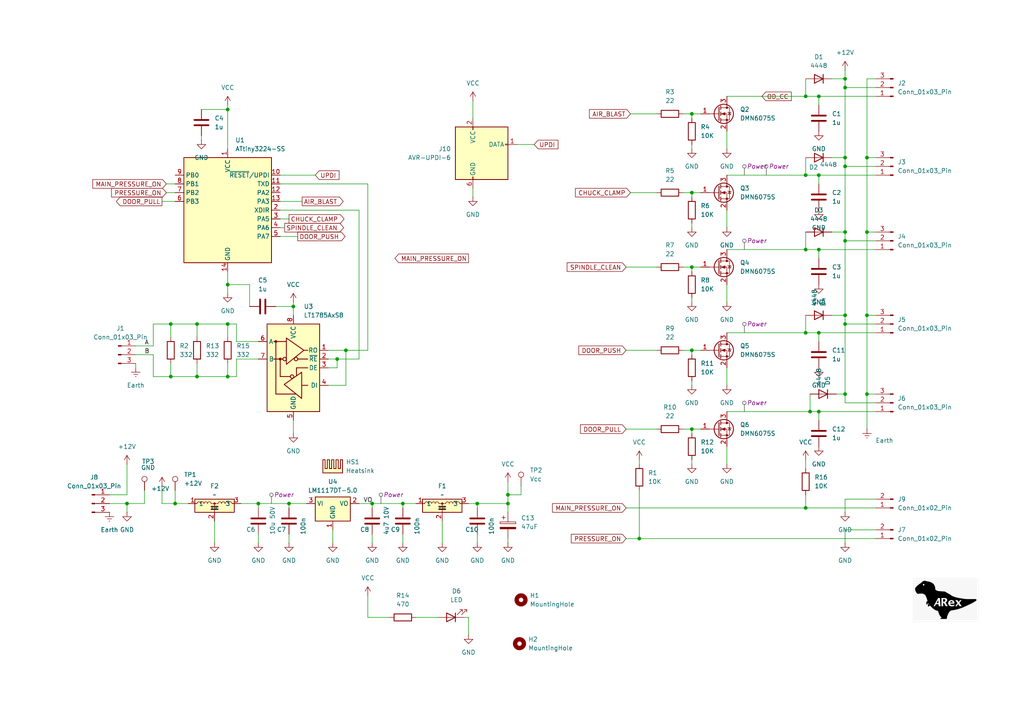
<source format=kicad_sch>
(kicad_sch (version 20231120) (generator "eeschema") (generator_version "8.0")
  (paper "A4")
  (title_block (title "CNC Pneumatic Hub") (date "2024-08-11") (rev "B") (company "ARex"))
  (lib_symbols
    (symbol "ARex:NFM611R30"
      (property "Reference" "F" (at 0 0 0))
      (symbol "NFM611R30_1_1"
        (pin passive line (at -7.62 -3.81 0) (length 2.54) (name "1") (number "1"))
        (pin passive line (at 0 -8.89 90) (length 2.54) (name "2") (number "2"))
        (pin passive line (at 7.62 -3.81 180) (length 2.54) (name "3") (number "3"))
      )
    )
    (symbol "Connector:AVR-UPDI-6" (pin_names (offset 1.016))
      (property "Reference" "J" (at -6.35 8.89 0))
      (property "Value" "AVR-UPDI-6" (at 0 8.89 0))
      (symbol "AVR-UPDI-6_1_1"
        (pin passive line (at 10.16 2.54 180) (length 2.54) (name "DATA") (number "1"))
        (pin passive line (at -2.54 10.16 270) (length 2.54) (name "VCC") (number "2"))
        (pin no_connect line (at 7.62 0 180) (length 2.54) hide (name "NC") (number "3"))
        (pin no_connect line (at 7.62 -2.54 180) (length 2.54) hide (name "NC") (number "4"))
        (pin no_connect line (at 7.62 -5.08 180) (length 2.54) hide (name "NC") (number "5"))
        (pin passive line (at -2.54 -10.16 90) (length 2.54) (name "GND") (number "6"))
      )
    )
    (symbol "Connector:Conn_01x02_Pin" (pin_names (offset 1.016) hide)
      (property "Reference" "J" (at 0 2.54 0))
      (property "Value" "Conn_01x02_Pin" (at 0 -5.08 0))
      (symbol "Conn_01x02_Pin_1_1"
        (pin passive line (at 5.08 0 180) (length 3.81) (name "Pin_1") (number "1"))
        (pin passive line (at 5.08 -2.54 180) (length 3.81) (name "Pin_2") (number "2"))
      )
    )
    (symbol "Connector:Conn_01x03_Pin" (pin_names (offset 1.016) hide)
      (property "Reference" "J" (at 0 5.08 0))
      (property "Value" "Conn_01x03_Pin" (at 0 -5.08 0))
      (symbol "Conn_01x03_Pin_1_1"
        (pin passive line (at 5.08 2.54 180) (length 3.81) (name "Pin_1") (number "1"))
        (pin passive line (at 5.08 0 180) (length 3.81) (name "Pin_2") (number "2"))
        (pin passive line (at 5.08 -2.54 180) (length 3.81) (name "Pin_3") (number "3"))
      )
    )
    (symbol "Connector:TestPoint" (pin_numbers hide) (pin_names (offset 0.762) hide)
      (property "Reference" "TP" (at 0 6.858 0))
      (property "Value" "TestPoint" (at 0 5.08 0))
      (symbol "TestPoint_1_1"
        (pin passive line (at 0 0 90) (length 2.54) (name "1") (number "1"))
      )
    )
    (symbol "Device:C" (pin_numbers hide) (pin_names (offset 0.254))
      (property "Reference" "C" (at 0.635 2.54 0))
      (property "Value" "C" (at 0.635 -2.54 0))
      (symbol "C_1_1"
        (pin passive line (at 0 3.81 270) (length 2.794) (name "~") (number "1"))
        (pin passive line (at 0 -3.81 90) (length 2.794) (name "~") (number "2"))
      )
    )
    (symbol "Device:C_Polarized" (pin_numbers hide) (pin_names (offset 0.254))
      (property "Reference" "C" (at 0.635 2.54 0))
      (property "Value" "C_Polarized" (at 0.635 -2.54 0))
      (symbol "C_Polarized_1_1"
        (pin passive line (at 0 3.81 270) (length 2.794) (name "~") (number "1"))
        (pin passive line (at 0 -3.81 90) (length 2.794) (name "~") (number "2"))
      )
    )
    (symbol "Device:D" (pin_numbers hide) (pin_names (offset 1.016) hide)
      (property "Reference" "D" (at 0 2.54 0))
      (property "Value" "D" (at 0 -2.54 0))
      (symbol "D_1_1"
        (pin passive line (at -3.81 0 0) (length 2.54) (name "K") (number "1"))
        (pin passive line (at 3.81 0 180) (length 2.54) (name "A") (number "2"))
      )
    )
    (symbol "Device:LED" (pin_numbers hide) (pin_names (offset 1.016) hide)
      (property "Reference" "D" (at 0 2.54 0))
      (property "Value" "LED" (at 0 -2.54 0))
      (symbol "LED_1_1"
        (pin passive line (at -3.81 0 0) (length 2.54) (name "K") (number "1"))
        (pin passive line (at 3.81 0 180) (length 2.54) (name "A") (number "2"))
      )
    )
    (symbol "Device:R" (pin_numbers hide) (pin_names (offset 0))
      (property "Reference" "R" (at 2.032 0 90))
      (property "Value" "R" (at 0 0 90))
      (symbol "R_1_1"
        (pin passive line (at 0 3.81 270) (length 1.27) (name "~") (number "1"))
        (pin passive line (at 0 -3.81 90) (length 1.27) (name "~") (number "2"))
      )
    )
    (symbol "Interface_UART:LT1785AxS8"
      (property "Reference" "U" (at -6.985 13.97 0))
      (property "Value" "LT1785AxS8" (at 7.62 13.97 0))
      (symbol "LT1785AxS8_1_1"
        (pin output line (at -10.16 5.08 0) (length 2.54) (name "RO") (number "1"))
        (pin input line (at -10.16 2.54 0) (length 2.54) (name "~{RE}") (number "2"))
        (pin input line (at -10.16 0 0) (length 2.54) (name "DE") (number "3"))
        (pin input line (at -10.16 -5.08 0) (length 2.54) (name "DI") (number "4"))
        (pin power_in line (at 0 -15.24 90) (length 2.54) (name "GND") (number "5"))
        (pin bidirectional line (at 10.16 7.62 180) (length 2.54) (name "A") (number "6"))
        (pin bidirectional line (at 10.16 2.54 180) (length 2.54) (name "B") (number "7"))
        (pin power_in line (at 0 15.24 270) (length 2.54) (name "VCC") (number "8"))
      )
    )
    (symbol "MCU_Microchip_ATtiny:ATtiny3224-SS"
      (property "Reference" "U" (at -12.7 16.51 0))
      (property "Value" "ATtiny3224-SS" (at 2.54 -16.51 0))
      (symbol "ATtiny3224-SS_1_1"
        (pin power_in line (at 0 17.78 270) (length 2.54) (name "VCC") (number "1"))
        (pin bidirectional line (at 15.24 10.16 180) (length 2.54) (name "PA0") (number "10") (alternate "~{RESET}/UPDI" bidirectional line))
        (pin bidirectional line (at 15.24 7.62 180) (length 2.54) (name "PA1") (number "11") (alternate "TXD" output line))
        (pin bidirectional line (at 15.24 5.08 180) (length 2.54) (name "PA2") (number "12"))
        (pin bidirectional line (at 15.24 2.54 180) (length 2.54) (name "PA3") (number "13"))
        (pin power_in line (at 0 -17.78 90) (length 2.54) (name "GND") (number "14"))
        (pin bidirectional line (at 15.24 0 180) (length 2.54) (name "PA4") (number "2") (alternate "XDIR" output line))
        (pin bidirectional line (at 15.24 -2.54 180) (length 2.54) (name "PA5") (number "3"))
        (pin bidirectional line (at 15.24 -5.08 180) (length 2.54) (name "PA6") (number "4"))
        (pin bidirectional line (at 15.24 -7.62 180) (length 2.54) (name "PA7") (number "5"))
        (pin bidirectional line (at -15.24 2.54 0) (length 2.54) (name "PB3") (number "6"))
        (pin bidirectional line (at -15.24 5.08 0) (length 2.54) (name "PB2") (number "7"))
        (pin bidirectional line (at -15.24 7.62 0) (length 2.54) (name "PB1") (number "8"))
        (pin bidirectional line (at -15.24 10.16 0) (length 2.54) (name "PB0") (number "9") (alternate "XDIR" output line))
      )
    )
    (symbol "Mechanical:Heatsink" (pin_names (offset 1.016)) (exclude_from_sim yes)
      (property "Reference" "HS" (at 0 5.08 0))
      (property "Value" "Heatsink" (at 0 -1.27 0))
    )
    (symbol "Mechanical:MountingHole" (pin_names (offset 1.016)) (exclude_from_sim yes) (in_bom no)
      (property "Reference" "H" (at 0 5.08 0))
      (property "Value" "MountingHole" (at 0 3.175 0))
    )
    (symbol "Regulator_Linear:LM1117DT-5.0"
      (property "Reference" "U" (at -3.81 3.175 0))
      (property "Value" "LM1117DT-5.0" (at 0 3.175 0))
      (symbol "LM1117DT-5.0_1_1"
        (pin power_in line (at 0 -7.62 90) (length 2.54) (name "GND") (number "1"))
        (pin power_out line (at 7.62 0 180) (length 2.54) (name "VO") (number "2"))
        (pin power_in line (at -7.62 0 0) (length 2.54) (name "VI") (number "3"))
      )
    )
    (symbol "Transistor_FET:DMN6075S" (pin_names hide)
      (property "Reference" "Q" (at 5.08 1.905 0))
      (property "Value" "DMN6075S" (at 5.08 0 0))
      (symbol "DMN6075S_1_1"
        (pin input line (at -5.08 0 0) (length 2.54) (name "G") (number "1"))
        (pin passive line (at 2.54 -5.08 90) (length 2.54) (name "S") (number "2"))
        (pin passive line (at 2.54 5.08 270) (length 2.54) (name "D") (number "3"))
      )
    )
    (symbol "power:+12V" (power) (pin_numbers hide) (pin_names (offset 0) hide)
      (property "Value" "+12V" (at 0 3.556 0))
      (symbol "+12V_1_1"
        (pin power_in line (at 0 0 90) (length 0) (name "~") (number "1"))
      )
    )
    (symbol "power:Earth" (power) (pin_numbers hide) (pin_names (offset 0) hide)
      (property "Value" "Earth" (at 0 -3.81 0))
      (symbol "Earth_1_1"
        (pin power_in line (at 0 0 270) (length 0) (name "~") (number "1"))
      )
    )
    (symbol "power:GND" (power) (pin_numbers hide) (pin_names (offset 0) hide)
      (property "Value" "GND" (at 0 -3.81 0))
      (symbol "GND_1_1"
        (pin power_in line (at 0 0 270) (length 0) (name "~") (number "1"))
      )
    )
    (symbol "power:VCC" (power) (pin_numbers hide) (pin_names (offset 0) hide)
      (property "Value" "VCC" (at 0 3.556 0))
      (symbol "VCC_1_1"
        (pin power_in line (at 0 0 90) (length 0) (name "~") (number "1"))
      )
    )
  )
  (junction (at 116.84 146.05))
  (junction (at 200.66 101.6))
  (junction (at 185.42 156.21))
  (junction (at 237.49 50.8))
  (junction (at 237.49 72.39))
  (junction (at 49.53 93.98))
  (junction (at 147.32 146.05))
  (junction (at 85.09 88.9))
  (junction (at 245.11 69.85))
  (junction (at 83.82 146.05))
  (junction (at 245.11 25.4))
  (junction (at 251.46 45.72))
  (junction (at 251.46 114.3))
  (junction (at 251.46 67.31))
  (junction (at 200.66 124.46))
  (junction (at 200.66 55.88))
  (junction (at 74.93 146.05))
  (junction (at 66.04 31.75))
  (junction (at 245.11 93.98))
  (junction (at 57.15 93.98))
  (junction (at 66.04 109.22))
  (junction (at 200.66 77.47))
  (junction (at 245.11 91.44))
  (junction (at 66.04 93.98))
  (junction (at 237.49 27.94))
  (junction (at 66.04 82.55))
  (junction (at 237.49 119.38))
  (junction (at 237.49 96.52))
  (junction (at 97.79 104.14))
  (junction (at 147.32 143.51))
  (junction (at 50.8 146.05))
  (junction (at 245.11 67.31))
  (junction (at 245.11 22.86))
  (junction (at 100.33 101.6))
  (junction (at 138.43 146.05))
  (junction (at 57.15 109.22))
  (junction (at 234.95 119.38))
  (junction (at 49.53 109.22))
  (junction (at 251.46 91.44))
  (junction (at 233.68 50.8))
  (junction (at 233.68 96.52))
  (junction (at 245.11 45.72))
  (junction (at 233.68 72.39))
  (junction (at 245.11 114.3))
  (junction (at 200.66 33.02))
  (junction (at 36.83 146.05))
  (junction (at 233.68 27.94))
  (junction (at 107.95 146.05))
  (junction (at 233.68 147.32))
  (junction (at 245.11 48.26))
  (wire (pts (xy 233.68 143.51) (xy 233.68 147.32)))
  (wire (pts (xy 46.99 140.97) (xy 46.99 146.05)))
  (wire (pts (xy 241.3 91.44) (xy 245.11 91.44)))
  (wire (pts (xy 104.14 60.96) (xy 81.28 60.96)))
  (wire (pts (xy 245.11 67.31) (xy 245.11 69.85)))
  (wire (pts (xy 234.95 114.3) (xy 234.95 119.38)))
  (wire (pts (xy 245.11 69.85) (xy 245.11 91.44)))
  (wire (pts (xy 200.66 111.76) (xy 200.66 110.49)))
  (wire (pts (xy 48.26 53.34) (xy 50.8 53.34)))
  (wire (pts (xy 210.82 27.94) (xy 233.68 27.94)))
  (wire (pts (xy 147.32 143.51) (xy 151.13 143.51)))
  (wire (pts (xy 49.53 109.22) (xy 57.15 109.22)))
  (wire (pts (xy 44.45 109.22) (xy 49.53 109.22)))
  (wire (pts (xy 251.46 91.44) (xy 251.46 114.3)))
  (wire (pts (xy 154.94 41.91) (xy 149.86 41.91)))
  (wire (pts (xy 81.28 53.34) (xy 106.68 53.34)))
  (wire (pts (xy 254 144.78) (xy 245.11 144.78)))
  (wire (pts (xy 66.04 85.09) (xy 66.04 82.55)))
  (wire (pts (xy 31.75 146.05) (xy 36.83 146.05)))
  (wire (pts (xy 181.61 77.47) (xy 190.5 77.47)))
  (wire (pts (xy 245.11 25.4) (xy 245.11 45.72)))
  (wire (pts (xy 74.93 146.05) (xy 83.82 146.05)))
  (wire (pts (xy 234.95 119.38) (xy 237.49 119.38)))
  (wire (pts (xy 237.49 96.52) (xy 237.49 99.06)))
  (wire (pts (xy 96.52 153.67) (xy 96.52 157.48)))
  (wire (pts (xy 95.25 106.68) (xy 97.79 106.68)))
  (wire (pts (xy 41.91 146.05) (xy 41.91 142.24)))
  (wire (pts (xy 57.15 109.22) (xy 66.04 109.22)))
  (wire (pts (xy 210.82 119.38) (xy 234.95 119.38)))
  (wire (pts (xy 100.33 101.6) (xy 100.33 111.76)))
  (wire (pts (xy 245.11 144.78) (xy 245.11 148.59)))
  (wire (pts (xy 210.82 96.52) (xy 233.68 96.52)))
  (wire (pts (xy 83.82 146.05) (xy 88.9 146.05)))
  (wire (pts (xy 85.09 88.9) (xy 85.09 91.44)))
  (wire (pts (xy 200.66 101.6) (xy 203.2 101.6)))
  (wire (pts (xy 66.04 109.22) (xy 68.58 109.22)))
  (wire (pts (xy 106.68 179.07) (xy 113.03 179.07)))
  (wire (pts (xy 210.82 50.8) (xy 233.68 50.8)))
  (wire (pts (xy 251.46 67.31) (xy 254 67.31)))
  (wire (pts (xy 57.15 93.98) (xy 57.15 97.79)))
  (wire (pts (xy 233.68 45.72) (xy 233.68 50.8)))
  (wire (pts (xy 85.09 121.92) (xy 85.09 125.73)))
  (wire (pts (xy 251.46 45.72) (xy 251.46 67.31)))
  (wire (pts (xy 106.68 53.34) (xy 106.68 101.6)))
  (wire (pts (xy 39.37 102.87) (xy 44.45 102.87)))
  (wire (pts (xy 74.93 154.94) (xy 74.93 157.48)))
  (wire (pts (xy 233.68 91.44) (xy 233.68 96.52)))
  (wire (pts (xy 210.82 87.63) (xy 210.82 82.55)))
  (wire (pts (xy 245.11 153.67) (xy 245.11 157.48)))
  (wire (pts (xy 66.04 93.98) (xy 68.58 93.98)))
  (wire (pts (xy 68.58 109.22) (xy 68.58 104.14)))
  (wire (pts (xy 116.84 154.94) (xy 116.84 157.48)))
  (wire (pts (xy 74.93 147.32) (xy 74.93 146.05)))
  (wire (pts (xy 237.49 72.39) (xy 254 72.39)))
  (wire (pts (xy 44.45 109.22) (xy 44.45 102.87)))
  (wire (pts (xy 245.11 69.85) (xy 254 69.85)))
  (wire (pts (xy 83.82 147.32) (xy 83.82 146.05)))
  (wire (pts (xy 137.16 29.21) (xy 137.16 34.29)))
  (wire (pts (xy 233.68 72.39) (xy 237.49 72.39)))
  (wire (pts (xy 62.23 151.13) (xy 62.23 157.48)))
  (wire (pts (xy 198.12 77.47) (xy 200.66 77.47)))
  (wire (pts (xy 245.11 20.32) (xy 245.11 22.86)))
  (wire (pts (xy 36.83 146.05) (xy 36.83 148.59)))
  (wire (pts (xy 147.32 156.21) (xy 147.32 157.48)))
  (wire (pts (xy 85.09 87.63) (xy 85.09 88.9)))
  (wire (pts (xy 46.99 58.42) (xy 50.8 58.42)))
  (wire (pts (xy 82.55 66.04) (xy 81.28 66.04)))
  (wire (pts (xy 39.37 100.33) (xy 44.45 100.33)))
  (wire (pts (xy 116.84 147.32) (xy 116.84 146.05)))
  (wire (pts (xy 49.53 93.98) (xy 49.53 97.79)))
  (wire (pts (xy 107.95 146.05) (xy 116.84 146.05)))
  (wire (pts (xy 210.82 38.1) (xy 210.82 43.18)))
  (wire (pts (xy 233.68 22.86) (xy 233.68 27.94)))
  (wire (pts (xy 135.89 179.07) (xy 134.62 179.07)))
  (wire (pts (xy 58.42 39.37) (xy 58.42 40.64)))
  (wire (pts (xy 245.11 22.86) (xy 245.11 25.4)))
  (wire (pts (xy 245.11 48.26) (xy 245.11 67.31)))
  (wire (pts (xy 66.04 82.55) (xy 66.04 78.74)))
  (wire (pts (xy 72.39 82.55) (xy 66.04 82.55)))
  (wire (pts (xy 200.66 77.47) (xy 203.2 77.47)))
  (wire (pts (xy 200.66 125.73) (xy 200.66 124.46)))
  (wire (pts (xy 251.46 114.3) (xy 254 114.3)))
  (wire (pts (xy 242.57 114.3) (xy 245.11 114.3)))
  (wire (pts (xy 106.68 101.6) (xy 100.33 101.6)))
  (wire (pts (xy 237.49 96.52) (xy 254 96.52)))
  (wire (pts (xy 245.11 48.26) (xy 254 48.26)))
  (wire (pts (xy 181.61 124.46) (xy 190.5 124.46)))
  (wire (pts (xy 198.12 33.02) (xy 200.66 33.02)))
  (wire (pts (xy 95.25 104.14) (xy 97.79 104.14)))
  (wire (pts (xy 58.42 31.75) (xy 66.04 31.75)))
  (wire (pts (xy 241.3 22.86) (xy 245.11 22.86)))
  (wire (pts (xy 254 25.4) (xy 245.11 25.4)))
  (wire (pts (xy 233.68 133.35) (xy 233.68 135.89)))
  (wire (pts (xy 120.65 179.07) (xy 127 179.07)))
  (wire (pts (xy 128.27 151.13) (xy 128.27 157.48)))
  (wire (pts (xy 245.11 93.98) (xy 254 93.98)))
  (wire (pts (xy 245.11 91.44) (xy 245.11 93.98)))
  (wire (pts (xy 210.82 134.62) (xy 210.82 129.54)))
  (wire (pts (xy 138.43 154.94) (xy 138.43 157.48)))
  (wire (pts (xy 48.26 55.88) (xy 50.8 55.88)))
  (wire (pts (xy 50.8 142.24) (xy 50.8 146.05)))
  (wire (pts (xy 237.49 119.38) (xy 254 119.38)))
  (wire (pts (xy 185.42 133.35) (xy 185.42 134.62)))
  (wire (pts (xy 106.68 172.72) (xy 106.68 179.07)))
  (wire (pts (xy 137.16 57.15) (xy 137.16 54.61)))
  (wire (pts (xy 72.39 88.9) (xy 72.39 82.55)))
  (wire (pts (xy 104.14 104.14) (xy 104.14 60.96)))
  (wire (pts (xy 200.66 66.04) (xy 200.66 64.77)))
  (wire (pts (xy 181.61 101.6) (xy 190.5 101.6)))
  (wire (pts (xy 245.11 116.84) (xy 254 116.84)))
  (wire (pts (xy 200.66 55.88) (xy 203.2 55.88)))
  (wire (pts (xy 66.04 31.75) (xy 66.04 43.18)))
  (wire (pts (xy 185.42 142.24) (xy 185.42 156.21)))
  (wire (pts (xy 237.49 50.8) (xy 237.49 53.34)))
  (wire (pts (xy 50.8 146.05) (xy 54.61 146.05)))
  (wire (pts (xy 182.88 33.02) (xy 190.5 33.02)))
  (wire (pts (xy 254 22.86) (xy 251.46 22.86)))
  (wire (pts (xy 69.85 146.05) (xy 74.93 146.05)))
  (wire (pts (xy 36.83 143.51) (xy 36.83 134.62)))
  (wire (pts (xy 251.46 22.86) (xy 251.46 45.72)))
  (wire (pts (xy 210.82 66.04) (xy 210.82 60.96)))
  (wire (pts (xy 200.66 43.18) (xy 200.66 41.91)))
  (wire (pts (xy 237.49 27.94) (xy 237.49 30.48)))
  (wire (pts (xy 81.28 50.8) (xy 91.44 50.8)))
  (wire (pts (xy 138.43 147.32) (xy 138.43 146.05)))
  (wire (pts (xy 245.11 116.84) (xy 245.11 114.3)))
  (wire (pts (xy 80.01 88.9) (xy 85.09 88.9)))
  (wire (pts (xy 95.25 111.76) (xy 100.33 111.76)))
  (wire (pts (xy 210.82 111.76) (xy 210.82 106.68)))
  (wire (pts (xy 233.68 96.52) (xy 237.49 96.52)))
  (wire (pts (xy 200.66 87.63) (xy 200.66 86.36)))
  (wire (pts (xy 198.12 124.46) (xy 200.66 124.46)))
  (wire (pts (xy 210.82 72.39) (xy 233.68 72.39)))
  (wire (pts (xy 83.82 154.94) (xy 83.82 157.48)))
  (wire (pts (xy 57.15 105.41) (xy 57.15 109.22)))
  (wire (pts (xy 245.11 114.3) (xy 245.11 93.98)))
  (wire (pts (xy 57.15 93.98) (xy 66.04 93.98)))
  (wire (pts (xy 147.32 143.51) (xy 147.32 146.05)))
  (wire (pts (xy 181.61 156.21) (xy 185.42 156.21)))
  (wire (pts (xy 237.49 119.38) (xy 237.49 121.92)))
  (wire (pts (xy 200.66 102.87) (xy 200.66 101.6)))
  (wire (pts (xy 135.89 146.05) (xy 138.43 146.05)))
  (wire (pts (xy 147.32 146.05) (xy 147.32 148.59)))
  (wire (pts (xy 36.83 146.05) (xy 41.91 146.05)))
  (wire (pts (xy 233.68 67.31) (xy 233.68 72.39)))
  (wire (pts (xy 68.58 104.14) (xy 74.93 104.14)))
  (wire (pts (xy 245.11 45.72) (xy 245.11 48.26)))
  (wire (pts (xy 44.45 93.98) (xy 49.53 93.98)))
  (wire (pts (xy 81.28 58.42) (xy 87.63 58.42)))
  (wire (pts (xy 135.89 184.15) (xy 135.89 179.07)))
  (wire (pts (xy 44.45 93.98) (xy 44.45 100.33)))
  (wire (pts (xy 116.84 146.05) (xy 120.65 146.05)))
  (wire (pts (xy 68.58 93.98) (xy 68.58 99.06)))
  (wire (pts (xy 39.37 105.41) (xy 39.37 106.68)))
  (wire (pts (xy 241.3 67.31) (xy 245.11 67.31)))
  (wire (pts (xy 241.3 45.72) (xy 245.11 45.72)))
  (wire (pts (xy 237.49 50.8) (xy 254 50.8)))
  (wire (pts (xy 237.49 72.39) (xy 237.49 74.93)))
  (wire (pts (xy 251.46 91.44) (xy 254 91.44)))
  (wire (pts (xy 107.95 154.94) (xy 107.95 157.48)))
  (wire (pts (xy 151.13 143.51) (xy 151.13 140.97)))
  (wire (pts (xy 233.68 147.32) (xy 254 147.32)))
  (wire (pts (xy 49.53 93.98) (xy 57.15 93.98)))
  (wire (pts (xy 68.58 99.06) (xy 74.93 99.06)))
  (wire (pts (xy 97.79 104.14) (xy 97.79 106.68)))
  (wire (pts (xy 233.68 50.8) (xy 237.49 50.8)))
  (wire (pts (xy 66.04 31.75) (xy 66.04 30.48)))
  (wire (pts (xy 198.12 55.88) (xy 200.66 55.88)))
  (wire (pts (xy 95.25 101.6) (xy 100.33 101.6)))
  (wire (pts (xy 31.75 143.51) (xy 36.83 143.51)))
  (wire (pts (xy 182.88 55.88) (xy 190.5 55.88)))
  (wire (pts (xy 200.66 57.15) (xy 200.66 55.88)))
  (wire (pts (xy 66.04 93.98) (xy 66.04 97.79)))
  (wire (pts (xy 138.43 146.05) (xy 147.32 146.05)))
  (wire (pts (xy 107.95 147.32) (xy 107.95 146.05)))
  (wire (pts (xy 254 153.67) (xy 245.11 153.67)))
  (wire (pts (xy 83.82 63.5) (xy 81.28 63.5)))
  (wire (pts (xy 237.49 27.94) (xy 254 27.94)))
  (wire (pts (xy 66.04 105.41) (xy 66.04 109.22)))
  (wire (pts (xy 86.36 68.58) (xy 81.28 68.58)))
  (wire (pts (xy 251.46 67.31) (xy 251.46 91.44)))
  (wire (pts (xy 49.53 105.41) (xy 49.53 109.22)))
  (wire (pts (xy 185.42 156.21) (xy 254 156.21)))
  (wire (pts (xy 200.66 134.62) (xy 200.66 133.35)))
  (wire (pts (xy 147.32 139.7) (xy 147.32 143.51)))
  (wire (pts (xy 46.99 146.05) (xy 50.8 146.05)))
  (wire (pts (xy 198.12 101.6) (xy 200.66 101.6)))
  (wire (pts (xy 200.66 78.74) (xy 200.66 77.47)))
  (wire (pts (xy 200.66 33.02) (xy 203.2 33.02)))
  (wire (pts (xy 233.68 27.94) (xy 237.49 27.94)))
  (wire (pts (xy 251.46 45.72) (xy 254 45.72)))
  (wire (pts (xy 200.66 124.46) (xy 203.2 124.46)))
  (wire (pts (xy 97.79 104.14) (xy 104.14 104.14)))
  (wire (pts (xy 200.66 34.29) (xy 200.66 33.02)))
  (wire (pts (xy 251.46 114.3) (xy 251.46 124.46)))
  (wire (pts (xy 104.14 146.05) (xy 107.95 146.05)))
  (wire (pts (xy 181.61 147.32) (xy 233.68 147.32)))
  (image (at 274.32 173.99) (scale 0.0891675))
  (label "B" (at 41.91 102.87 0))
  (label "A" (at 41.91 100.33 0))
  (label "VO" (at 105.41 146.05 0))
  (global_label "SPINDLE_CLEAN" (shape input) (at 181.61 77.47 180) (property "Intersheetrefs" "${INTERSHEET_REFS}" (effects (hide yes))))
  (global_label "UPDI" (shape input) (at 91.44 50.8 0) (property "Intersheetrefs" "${INTERSHEET_REFS}" (effects (hide yes))))
  (global_label "SPINDLE_CLEAN" (shape output) (at 82.55 66.04 0) (property "Intersheetrefs" "${INTERSHEET_REFS}" (effects (hide yes))))
  (global_label "DOOR_PUSH" (shape output) (at 86.36 68.58 0) (property "Intersheetrefs" "${INTERSHEET_REFS}" (effects (hide yes))))
  (global_label "OD_CC" (shape input) (at 220.98 27.94 0) (property "Intersheetrefs" "${INTERSHEET_REFS}" (effects (hide yes))))
  (global_label "AIR_BLAST" (shape input) (at 182.88 33.02 180) (property "Intersheetrefs" "${INTERSHEET_REFS}" (effects (hide yes))))
  (global_label "MAIN_PRESSURE_ON" (shape input) (at 181.61 147.32 180) (property "Intersheetrefs" "${INTERSHEET_REFS}" (effects (hide yes))))
  (global_label "MAIN_PRESSURE_ON" (shape output) (at 135.89 74.93 180) (property "Intersheetrefs" "${INTERSHEET_REFS}" (effects (hide yes))))
  (global_label "PRESSURE_ON" (shape input) (at 181.61 156.21 180) (property "Intersheetrefs" "${INTERSHEET_REFS}" (effects (hide yes))))
  (global_label "DOOR_PUSH" (shape input) (at 181.61 101.6 180) (property "Intersheetrefs" "${INTERSHEET_REFS}" (effects (hide yes))))
  (global_label "MAIN_PRESSURE_ON" (shape input) (at 48.26 53.34 180) (property "Intersheetrefs" "${INTERSHEET_REFS}" (effects (hide yes))))
  (global_label "DOOR_PULL" (shape output) (at 46.99 58.42 180) (property "Intersheetrefs" "${INTERSHEET_REFS}" (effects (hide yes))))
  (global_label "CHUCK_CLAMP" (shape output) (at 83.82 63.5 0) (property "Intersheetrefs" "${INTERSHEET_REFS}" (effects (hide yes))))
  (global_label "AIR_BLAST" (shape output) (at 87.63 58.42 0) (property "Intersheetrefs" "${INTERSHEET_REFS}" (effects (hide yes))))
  (global_label "PRESSURE_ON" (shape input) (at 48.26 55.88 180) (property "Intersheetrefs" "${INTERSHEET_REFS}" (effects (hide yes))))
  (global_label "UPDI" (shape input) (at 154.94 41.91 0) (property "Intersheetrefs" "${INTERSHEET_REFS}" (effects (hide yes))))
  (global_label "CHUCK_CLAMP" (shape input) (at 182.88 55.88 180) (property "Intersheetrefs" "${INTERSHEET_REFS}" (effects (hide yes))))
  (global_label "DOOR_PULL" (shape input) (at 181.61 124.46 180) (property "Intersheetrefs" "${INTERSHEET_REFS}" (effects (hide yes))))
  (netclass_flag "" (length 2.54) (shape round) (at 78.74 146.05 0) (property "Netclass" "Power" (at 79.4385 143.51 0) (effects (font (italic yes)) (justify left))))
  (netclass_flag "" (length 2.54) (shape round) (at 110.49 146.05 0) (property "Netclass" "Power" (at 111.1885 143.51 0) (effects (font (italic yes)) (justify left))))
  (netclass_flag "" (length 2.54) (shape round) (at 222.25 50.8 0) (property "Netclass" "Power" (at 222.9485 48.26 0) (effects (font (italic yes)) (justify left))))
  (netclass_flag "" (length 2.54) (shape round) (at 215.9 119.38 0) (property "Netclass" "Power" (at 216.5985 116.84 0) (effects (font (italic yes)) (justify left))))
  (netclass_flag "" (length 2.54) (shape round) (at 215.9 50.8 0) (property "Netclass" "Power" (at 216.5985 48.26 0) (effects (font (italic yes)) (justify left))))
  (netclass_flag "" (length 2.54) (shape round) (at 215.9 72.39 0) (property "Netclass" "Power" (at 216.5985 69.85 0) (effects (font (italic yes)) (justify left))))
  (netclass_flag "" (length 2.54) (shape round) (at 215.9 96.52 0) (property "Netclass" "Power" (at 216.5985 93.98 0) (effects (font (italic yes)) (justify left))))
  (symbol (lib_id "Connector:Conn_01x03_Pin") (at 26.67 146.05 0) (unit 1)
    (property "Reference" "J8" (at 27.305 138.43 0))
    (property "Value" "Conn_01x03_Pin" (at 27.305 140.97 0))
    (property "Footprint" "Connector_Phoenix_MC:PhoenixContact_MCV_1,5_3-G-3.81_1x03_P3.81mm_Vertical" (effects (hide yes)))
    (property "Description" "Generic connector, single row, 01x03, script generated" (effects (hide yes)))
  )
  (symbol (lib_id "Device:C") (at 76.2 88.9 90) (unit 1)
    (property "Reference" "C5" (at 76.2 81.28 90))
    (property "Value" "1u" (at 76.2 83.82 90))
    (property "Footprint" "Capacitor_SMD:C_1206_3216Metric_Pad1.33x1.80mm_HandSolder" (effects (hide yes)))
    (property "Description" "Unpolarized capacitor" (effects (hide yes)))
  )
  (symbol (lib_id "power:GND") (at 245.11 157.48 0) (unit 1)
    (property "Reference" "#PWR01" (effects (hide yes)))
    (property "Value" "GND" (at 245.11 162.56 0))
    (property "Description" "Power symbol creates a global label with name \"GND\" , ground" (effects (hide yes)))
  )
  (symbol (lib_id "power:VCC") (at 85.09 87.63 0) (unit 1)
    (property "Reference" "#PWR034" (effects (hide yes)))
    (property "Value" "VCC" (at 85.09 82.55 0))
    (property "Description" "Power symbol creates a global label with name \"VCC\"" (effects (hide yes)))
  )
  (symbol (lib_id "Device:C") (at 116.84 151.13 0) (unit 1)
    (property "Reference" "C9" (at 113.3271 153.594 0) (effects (justify left)))
    (property "Value" "100n" (at 120.9471 155.118 90) (effects (justify left)))
    (property "Footprint" "Capacitor_SMD:C_1206_3216Metric_Pad1.33x1.80mm_HandSolder" (effects (hide yes)))
    (property "Description" "Unpolarized capacitor" (effects (hide yes)))
  )
  (symbol (lib_id "power:GND") (at 36.83 148.59 0) (unit 1)
    (property "Reference" "#PWR04" (effects (hide yes)))
    (property "Value" "GND" (at 36.83 153.67 0))
    (property "Description" "Power symbol creates a global label with name \"GND\" , ground" (effects (hide yes)))
  )
  (symbol (lib_id "Connector:TestPoint") (at 41.91 142.24 0) (unit 1)
    (property "Reference" "TP3" (at 41.148 133.858 0) (effects (justify left)))
    (property "Value" "GND" (at 40.894 135.636 0) (effects (justify left)))
    (property "Footprint" "TestPoint:TestPoint_Loop_D2.60mm_Drill0.9mm_Beaded" (effects (hide yes)))
    (property "Description" "test point" (effects (hide yes)))
  )
  (symbol (lib_id "Device:C_Polarized") (at 147.32 152.4 0) (unit 1)
    (property "Reference" "C13" (at 151.13 150.2409 0) (effects (justify left)))
    (property "Value" "47uF" (at 151.13 152.7809 0) (effects (justify left)))
    (property "Footprint" "Capacitor_Tantalum_SMD:CP_EIA-6032-28_Kemet-C" (effects (hide yes)))
    (property "Description" "Polarized capacitor" (effects (hide yes)))
  )
  (symbol (lib_id "Device:D") (at 237.49 22.86 180) (unit 1)
    (property "Reference" "D1" (at 237.49 16.51 0))
    (property "Value" "4448" (at 237.49 19.05 0))
    (property "Footprint" "Diode_SMD:D_SOD-323F" (effects (hide yes)))
    (property "Description" "Diode" (effects (hide yes)))
    (property "Sim.Device" "D" (effects (hide yes)))
    (property "Sim.Pins" "1=K 2=A" (effects (hide yes)))
  )
  (symbol (lib_id "power:GND") (at 85.09 125.73 0) (unit 1)
    (property "Reference" "#PWR033" (effects (hide yes)))
    (property "Value" "GND" (at 85.09 130.81 0))
    (property "Description" "Power symbol creates a global label with name \"GND\" , ground" (effects (hide yes)))
  )
  (symbol (lib_id "Device:C") (at 237.49 78.74 180) (unit 1)
    (property "Reference" "C3" (at 241.3 77.4699 0) (effects (justify right)))
    (property "Value" "1u" (at 241.3 80.0099 0) (effects (justify right)))
    (property "Footprint" "Capacitor_SMD:C_1206_3216Metric_Pad1.33x1.80mm_HandSolder" (effects (hide yes)))
    (property "Description" "Unpolarized capacitor" (effects (hide yes)))
  )
  (symbol (lib_id "Connector:Conn_01x03_Pin") (at 259.08 116.84 180) (unit 1)
    (property "Reference" "J6" (at 260.35 115.5699 0) (effects (justify right)))
    (property "Value" "Conn_01x03_Pin" (at 260.35 118.1099 0) (effects (justify right)))
    (property "Footprint" "Connector_Phoenix_MC:PhoenixContact_MCV_1,5_3-G-3.81_1x03_P3.81mm_Vertical" (effects (hide yes)))
    (property "Description" "Generic connector, single row, 01x03, script generated" (effects (hide yes)))
  )
  (symbol (lib_id "power:+12V") (at 245.11 20.32 0) (unit 1)
    (property "Reference" "#PWR019" (effects (hide yes)))
    (property "Value" "+12V" (at 245.11 15.24 0))
    (property "Description" "Power symbol creates a global label with name \"+12V\"" (effects (hide yes)))
  )
  (symbol (lib_id "Mechanical:MountingHole") (at 151.13 173.99 0) (unit 1) (exclude_from_sim yes) (in_bom no)
    (property "Reference" "H1" (at 153.67 172.7199 0) (effects (justify left)))
    (property "Value" "MountingHole" (at 153.67 175.2599 0) (effects (justify left)))
    (property "Footprint" "MountingHole:MountingHole_3.2mm_M3_DIN965" (effects (hide yes)))
    (property "Description" "Mounting Hole without connection" (effects (hide yes)))
  )
  (symbol (lib_id "Device:D") (at 238.76 114.3 0) (mirror y) (unit 1)
    (property "Reference" "D5" (at 240.0301 111.76 90) (effects (justify left)))
    (property "Value" "4448" (at 237.4901 111.76 90) (effects (justify left)))
    (property "Footprint" "Diode_SMD:D_SOD-323F" (effects (hide yes)))
    (property "Description" "Diode" (effects (hide yes)))
    (property "Sim.Device" "D" (effects (hide yes)))
    (property "Sim.Pins" "1=K 2=A" (effects (hide yes)))
  )
  (symbol (lib_id "Connector:Conn_01x02_Pin") (at 259.08 156.21 180) (unit 1)
    (property "Reference" "J7" (at 260.35 153.6699 0) (effects (justify right)))
    (property "Value" "Conn_01x02_Pin" (at 260.35 156.2099 0) (effects (justify right)))
    (property "Footprint" "Connector_Phoenix_MC:PhoenixContact_MCV_1,5_2-G-3.81_1x02_P3.81mm_Vertical" (effects (hide yes)))
    (property "Description" "Generic connector, single row, 01x02, script generated" (effects (hide yes)))
  )
  (symbol (lib_id "power:GND") (at 138.43 157.48 0) (unit 1)
    (property "Reference" "#PWR041" (effects (hide yes)))
    (property "Value" "GND" (at 138.43 162.56 0))
    (property "Description" "Power symbol creates a global label with name \"GND\" , ground" (effects (hide yes)))
  )
  (symbol (lib_id "Device:D") (at 237.49 91.44 0) (mirror y) (unit 1)
    (property "Reference" "D4" (at 238.7601 88.9 90) (effects (justify left)))
    (property "Value" "4448" (at 236.2201 88.9 90) (effects (justify left)))
    (property "Footprint" "Diode_SMD:D_SOD-323F" (effects (hide yes)))
    (property "Description" "Diode" (effects (hide yes)))
    (property "Sim.Device" "D" (effects (hide yes)))
    (property "Sim.Pins" "1=K 2=A" (effects (hide yes)))
  )
  (symbol (lib_id "power:GND") (at 200.66 111.76 0) (unit 1)
    (property "Reference" "#PWR015" (effects (hide yes)))
    (property "Value" "GND" (at 200.66 116.84 0))
    (property "Description" "Power symbol creates a global label with name \"GND\" , ground" (effects (hide yes)))
  )
  (symbol (lib_id "power:GND") (at 137.16 57.15 0) (unit 1)
    (property "Reference" "#PWR024" (effects (hide yes)))
    (property "Value" "GND" (at 137.16 62.23 0))
    (property "Description" "Power symbol creates a global label with name \"GND\" , ground" (effects (hide yes)))
  )
  (symbol (lib_id "power:GND") (at 62.23 157.48 0) (unit 1)
    (property "Reference" "#PWR08" (effects (hide yes)))
    (property "Value" "GND" (at 62.23 162.56 0))
    (property "Description" "Power symbol creates a global label with name \"GND\" , ground" (effects (hide yes)))
  )
  (symbol (lib_id "Device:C") (at 237.49 125.73 180) (unit 1)
    (property "Reference" "C12" (at 241.3 124.4599 0) (effects (justify right)))
    (property "Value" "1u" (at 241.3 126.9999 0) (effects (justify right)))
    (property "Footprint" "Capacitor_SMD:C_1206_3216Metric_Pad1.33x1.80mm_HandSolder" (effects (hide yes)))
    (property "Description" "Unpolarized capacitor" (effects (hide yes)))
  )
  (symbol (lib_id "Device:R") (at 116.84 179.07 90) (unit 1)
    (property "Reference" "R14" (at 116.84 172.72 90))
    (property "Value" "470" (at 116.84 175.26 90))
    (property "Footprint" "Resistor_SMD:R_1206_3216Metric_Pad1.30x1.75mm_HandSolder" (effects (hide yes)))
    (property "Description" "Resistor" (effects (hide yes)))
  )
  (symbol (lib_id "Connector:Conn_01x03_Pin") (at 259.08 69.85 180) (unit 1)
    (property "Reference" "J4" (at 260.35 68.5799 0) (effects (justify right)))
    (property "Value" "Conn_01x03_Pin" (at 260.35 71.1199 0) (effects (justify right)))
    (property "Footprint" "Connector_Phoenix_MC:PhoenixContact_MCV_1,5_3-G-3.81_1x03_P3.81mm_Vertical" (effects (hide yes)))
    (property "Description" "Generic connector, single row, 01x03, script generated" (effects (hide yes)))
  )
  (symbol (lib_id "power:GND") (at 58.42 40.64 0) (unit 1)
    (property "Reference" "#PWR028" (effects (hide yes)))
    (property "Value" "GND" (at 58.42 45.72 0))
    (property "Description" "Power symbol creates a global label with name \"GND\" , ground" (effects (hide yes)))
  )
  (symbol (lib_id "power:GND") (at 66.04 85.09 0) (unit 1)
    (property "Reference" "#PWR025" (effects (hide yes)))
    (property "Value" "GND" (at 66.04 90.17 0))
    (property "Description" "Power symbol creates a global label with name \"GND\" , ground" (effects (hide yes)))
  )
  (symbol (lib_id "power:VCC") (at 137.16 29.21 0) (unit 1)
    (property "Reference" "#PWR023" (effects (hide yes)))
    (property "Value" "VCC" (at 137.16 24.13 0))
    (property "Description" "Power symbol creates a global label with name \"VCC\"" (effects (hide yes)))
  )
  (symbol (lib_id "Device:D") (at 237.49 45.72 180) (unit 1)
    (property "Reference" "D2" (at 235.966 48.514 0))
    (property "Value" "4448" (at 240.284 47.752 0))
    (property "Footprint" "Diode_SMD:D_SOD-323F" (effects (hide yes)))
    (property "Description" "Diode" (effects (hide yes)))
    (property "Sim.Device" "D" (effects (hide yes)))
    (property "Sim.Pins" "1=K 2=A" (effects (hide yes)))
  )
  (symbol (lib_id "power:GND") (at 135.89 184.15 0) (unit 1)
    (property "Reference" "#PWR037" (effects (hide yes)))
    (property "Value" "GND" (at 135.89 189.23 0))
    (property "Description" "Power symbol creates a global label with name \"GND\" , ground" (effects (hide yes)))
  )
  (symbol (lib_id "Transistor_FET:DMN6075S") (at 208.28 77.47 0) (unit 1)
    (property "Reference" "Q4" (at 214.63 76.1999 0) (effects (justify left)))
    (property "Value" "DMN6075S" (at 214.63 78.7399 0) (effects (justify left)))
    (property "Footprint" "Package_TO_SOT_SMD:SOT-23" (effects (hide yes)))
    (property "Datasheet" "http://www.diodes.com/assets/Datasheets/DMN6075S.pdf" (effects (hide yes)))
    (property "Description" "2.5A Id, 60V Vds, N-Channel MOSFET, SOT-23" (effects (hide yes)))
  )
  (symbol (lib_id "power:GND") (at 210.82 66.04 0) (unit 1)
    (property "Reference" "#PWR012" (effects (hide yes)))
    (property "Value" "GND" (at 210.82 71.12 0))
    (property "Description" "Power symbol creates a global label with name \"GND\" , ground" (effects (hide yes)))
  )
  (symbol (lib_id "Device:C") (at 74.93 151.13 0) (unit 1)
    (property "Reference" "C6" (at 71.4171 153.594 0) (effects (justify left)))
    (property "Value" "10u 50V" (at 79.0371 155.118 90) (effects (justify left)))
    (property "Footprint" "Capacitor_SMD:C_1210_3225Metric_Pad1.33x2.70mm_HandSolder" (effects (hide yes)))
    (property "Description" "Unpolarized capacitor" (effects (hide yes)))
  )
  (symbol (lib_id "power:GND") (at 210.82 43.18 0) (unit 1)
    (property "Reference" "#PWR010" (effects (hide yes)))
    (property "Value" "GND" (at 210.82 48.26 0))
    (property "Description" "Power symbol creates a global label with name \"GND\" , ground" (effects (hide yes)))
  )
  (symbol (lib_id "Connector:AVR-UPDI-6") (at 139.7 44.45 0) (unit 1)
    (property "Reference" "J10" (at 130.81 43.1799 0) (effects (justify right)))
    (property "Value" "AVR-UPDI-6" (at 130.81 45.7199 0) (effects (justify right)))
    (property "Footprint" "Connector_PinHeader_2.54mm:PinHeader_2x03_P2.54mm_Vertical" (effects (hide yes)))
    (property "Datasheet" "https://www.microchip.com/webdoc/GUID-9D10622A-5C16-4405-B092-1BDD437B4976/index.html?GUID-9B349315-2842-4189-B88C-49F4E1055D7F" (effects (hide yes)))
    (property "Description" "Atmel 6-pin UPDI connector" (effects (hide yes)))
  )
  (symbol (lib_id "power:VCC") (at 66.04 30.48 0) (unit 1)
    (property "Reference" "#PWR027" (effects (hide yes)))
    (property "Value" "VCC" (at 66.04 25.4 0))
    (property "Description" "Power symbol creates a global label with name \"VCC\"" (effects (hide yes)))
  )
  (symbol (lib_id "Connector:Conn_01x03_Pin") (at 259.08 25.4 180) (unit 1)
    (property "Reference" "J2" (at 260.35 24.1299 0) (effects (justify right)))
    (property "Value" "Conn_01x03_Pin" (at 260.35 26.6699 0) (effects (justify right)))
    (property "Footprint" "Connector_Phoenix_MC:PhoenixContact_MCV_1,5_3-G-3.81_1x03_P3.81mm_Vertical" (effects (hide yes)))
    (property "Description" "Generic connector, single row, 01x03, script generated" (effects (hide yes)))
  )
  (symbol (lib_id "Transistor_FET:DMN6075S") (at 208.28 124.46 0) (unit 1)
    (property "Reference" "Q6" (at 214.63 123.1899 0) (effects (justify left)))
    (property "Value" "DMN6075S" (at 214.63 125.7299 0) (effects (justify left)))
    (property "Footprint" "Package_TO_SOT_SMD:SOT-23" (effects (hide yes)))
    (property "Datasheet" "http://www.diodes.com/assets/Datasheets/DMN6075S.pdf" (effects (hide yes)))
    (property "Description" "2.5A Id, 60V Vds, N-Channel MOSFET, SOT-23" (effects (hide yes)))
  )
  (symbol (lib_id "Device:R") (at 49.53 101.6 180) (unit 1)
    (property "Reference" "R2" (at 52.07 100.3299 0) (effects (justify right)))
    (property "Value" "332" (at 52.07 102.8699 0) (effects (justify right)))
    (property "Footprint" "Resistor_SMD:R_1206_3216Metric_Pad1.30x1.75mm_HandSolder" (effects (hide yes)))
    (property "Description" "Resistor" (effects (hide yes)))
  )
  (symbol (lib_id "Interface_UART:LT1785AxS8") (at 85.09 106.68 0) (mirror y) (unit 1)
    (property "Reference" "U3" (at 88.1065 88.9 0) (effects (justify right)))
    (property "Value" "LT1785AxS8" (at 88.1065 91.44 0) (effects (justify right)))
    (property "Footprint" "Package_SO:SOIC-8_3.9x4.9mm_P1.27mm" (effects (hide yes)))
    (property "Datasheet" "https://www.analog.com/media/en/technical-documentation/data-sheets/LT1785-1785A-1791-1791A.pdf" (effects (hide yes)))
    (property "Description" "RS-485, RS-422 Half duplex 250kbps transceiver, fail-safe receiver, SOIC-8" (effects (hide yes)))
  )
  (symbol (lib_id "Device:R") (at 200.66 82.55 180) (unit 1)
    (property "Reference" "R8" (at 203.2 81.2799 0) (effects (justify right)))
    (property "Value" "10K" (at 203.2 83.8199 0) (effects (justify right)))
    (property "Footprint" "Resistor_SMD:R_1206_3216Metric_Pad1.30x1.75mm_HandSolder" (effects (hide yes)))
    (property "Description" "Resistor" (effects (hide yes)))
  )
  (symbol (lib_id "Connector:Conn_01x02_Pin") (at 259.08 147.32 180) (unit 1)
    (property "Reference" "J9" (at 260.35 144.7799 0) (effects (justify right)))
    (property "Value" "Conn_01x02_Pin" (at 260.35 147.3199 0) (effects (justify right)))
    (property "Footprint" "Connector_Phoenix_MC:PhoenixContact_MCV_1,5_2-G-3.81_1x02_P3.81mm_Vertical" (effects (hide yes)))
    (property "Description" "Generic connector, single row, 01x02, script generated" (effects (hide yes)))
  )
  (symbol (lib_id "power:GND") (at 200.66 134.62 0) (unit 1)
    (property "Reference" "#PWR016" (effects (hide yes)))
    (property "Value" "GND" (at 200.66 139.7 0))
    (property "Description" "Power symbol creates a global label with name \"GND\" , ground" (effects (hide yes)))
  )
  (symbol (lib_id "power:GND") (at 128.27 157.48 0) (unit 1)
    (property "Reference" "#PWR040" (effects (hide yes)))
    (property "Value" "GND" (at 128.27 162.56 0))
    (property "Description" "Power symbol creates a global label with name \"GND\" , ground" (effects (hide yes)))
  )
  (symbol (lib_id "Device:R") (at 194.31 55.88 90) (unit 1)
    (property "Reference" "R5" (at 194.31 49.53 90))
    (property "Value" "22" (at 194.31 52.07 90))
    (property "Footprint" "Resistor_SMD:R_1206_3216Metric_Pad1.30x1.75mm_HandSolder" (effects (hide yes)))
    (property "Description" "Resistor" (effects (hide yes)))
  )
  (symbol (lib_id "Device:R") (at 194.31 124.46 90) (unit 1)
    (property "Reference" "R10" (at 194.31 118.11 90))
    (property "Value" "22" (at 194.31 120.65 90))
    (property "Footprint" "Resistor_SMD:R_1206_3216Metric_Pad1.30x1.75mm_HandSolder" (effects (hide yes)))
    (property "Description" "Resistor" (effects (hide yes)))
  )
  (symbol (lib_id "Connector:Conn_01x03_Pin") (at 259.08 93.98 180) (unit 1)
    (property "Reference" "J5" (at 260.35 92.7099 0) (effects (justify right)))
    (property "Value" "Conn_01x03_Pin" (at 260.35 95.2499 0) (effects (justify right)))
    (property "Footprint" "Connector_Phoenix_MC:PhoenixContact_MCV_1,5_3-G-3.81_1x03_P3.81mm_Vertical" (effects (hide yes)))
    (property "Description" "Generic connector, single row, 01x03, script generated" (effects (hide yes)))
  )
  (symbol (lib_id "power:GND") (at 237.49 82.55 0) (unit 1)
    (property "Reference" "#PWR030" (effects (hide yes)))
    (property "Value" "GND" (at 237.49 87.63 0))
    (property "Description" "Power symbol creates a global label with name \"GND\" , ground" (effects (hide yes)))
  )
  (symbol (lib_id "Device:R") (at 185.42 138.43 180) (unit 1)
    (property "Reference" "R1" (at 187.96 137.1599 0) (effects (justify right)))
    (property "Value" "10K" (at 187.96 139.6999 0) (effects (justify right)))
    (property "Footprint" "Resistor_SMD:R_1206_3216Metric_Pad1.30x1.75mm_HandSolder" (effects (hide yes)))
    (property "Description" "Resistor" (effects (hide yes)))
  )
  (symbol (lib_id "Device:R") (at 194.31 77.47 90) (unit 1)
    (property "Reference" "R7" (at 194.31 71.12 90))
    (property "Value" "22" (at 194.31 73.66 90))
    (property "Footprint" "Resistor_SMD:R_1206_3216Metric_Pad1.30x1.75mm_HandSolder" (effects (hide yes)))
    (property "Description" "Resistor" (effects (hide yes)))
  )
  (symbol (lib_id "power:GND") (at 83.82 157.48 0) (unit 1)
    (property "Reference" "#PWR021" (effects (hide yes)))
    (property "Value" "GND" (at 83.82 162.56 0))
    (property "Description" "Power symbol creates a global label with name \"GND\" , ground" (effects (hide yes)))
  )
  (symbol (lib_id "power:GND") (at 210.82 134.62 0) (unit 1)
    (property "Reference" "#PWR018" (effects (hide yes)))
    (property "Value" "GND" (at 210.82 139.7 0))
    (property "Description" "Power symbol creates a global label with name \"GND\" , ground" (effects (hide yes)))
  )
  (symbol (lib_id "power:GND") (at 245.11 148.59 0) (unit 1)
    (property "Reference" "#PWR045" (effects (hide yes)))
    (property "Value" "GND" (at 245.11 153.67 0))
    (property "Description" "Power symbol creates a global label with name \"GND\" , ground" (effects (hide yes)))
  )
  (symbol (lib_id "power:Earth") (at 251.46 124.46 0) (unit 1)
    (property "Reference" "#PWR02" (effects (hide yes)))
    (property "Value" "Earth" (at 256.54 127.762 0))
    (property "Description" "Power symbol creates a global label with name \"Earth\"" (effects (hide yes)))
  )
  (symbol (lib_id "Connector:TestPoint") (at 50.8 142.24 0) (unit 1)
    (property "Reference" "TP1" (at 53.34 137.6679 0) (effects (justify left)))
    (property "Value" "+12V" (at 53.34 140.2079 0) (effects (justify left)))
    (property "Footprint" "TestPoint:TestPoint_Loop_D2.60mm_Drill0.9mm_Beaded" (effects (hide yes)))
    (property "Description" "test point" (effects (hide yes)))
  )
  (symbol (lib_id "power:GND") (at 107.95 157.48 0) (unit 1)
    (property "Reference" "#PWR035" (effects (hide yes)))
    (property "Value" "GND" (at 107.95 162.56 0))
    (property "Description" "Power symbol creates a global label with name \"GND\" , ground" (effects (hide yes)))
  )
  (symbol (lib_id "power:GND") (at 200.66 87.63 0) (unit 1)
    (property "Reference" "#PWR013" (effects (hide yes)))
    (property "Value" "GND" (at 200.66 92.71 0))
    (property "Description" "Power symbol creates a global label with name \"GND\" , ground" (effects (hide yes)))
  )
  (symbol (lib_id "Connector:Conn_01x03_Pin") (at 259.08 48.26 180) (unit 1)
    (property "Reference" "J3" (at 260.35 46.9899 0) (effects (justify right)))
    (property "Value" "Conn_01x03_Pin" (at 260.35 49.5299 0) (effects (justify right)))
    (property "Footprint" "Connector_Phoenix_MC:PhoenixContact_MCV_1,5_3-G-3.81_1x03_P3.81mm_Vertical" (effects (hide yes)))
    (property "Description" "Generic connector, single row, 01x03, script generated" (effects (hide yes)))
  )
  (symbol (lib_id "Device:R") (at 200.66 129.54 180) (unit 1)
    (property "Reference" "R12" (at 203.2 128.2699 0) (effects (justify right)))
    (property "Value" "10K" (at 203.2 130.8099 0) (effects (justify right)))
    (property "Footprint" "Resistor_SMD:R_1206_3216Metric_Pad1.30x1.75mm_HandSolder" (effects (hide yes)))
    (property "Description" "Resistor" (effects (hide yes)))
  )
  (symbol (lib_id "power:GND") (at 210.82 111.76 0) (unit 1)
    (property "Reference" "#PWR017" (effects (hide yes)))
    (property "Value" "GND" (at 210.82 116.84 0))
    (property "Description" "Power symbol creates a global label with name \"GND\" , ground" (effects (hide yes)))
  )
  (symbol (lib_id "Transistor_FET:DMN6075S") (at 208.28 33.02 0) (unit 1)
    (property "Reference" "Q2" (at 214.63 31.7499 0) (effects (justify left)))
    (property "Value" "DMN6075S" (at 214.63 34.2899 0) (effects (justify left)))
    (property "Footprint" "Package_TO_SOT_SMD:SOT-23" (effects (hide yes)))
    (property "Datasheet" "http://www.diodes.com/assets/Datasheets/DMN6075S.pdf" (effects (hide yes)))
    (property "Description" "2.5A Id, 60V Vds, N-Channel MOSFET, SOT-23" (effects (hide yes)))
  )
  (symbol (lib_id "power:+12V") (at 36.83 134.62 0) (unit 1)
    (property "Reference" "#PWR05" (effects (hide yes)))
    (property "Value" "+12V" (at 36.83 129.54 0))
    (property "Description" "Power symbol creates a global label with name \"+12V\"" (effects (hide yes)))
  )
  (symbol (lib_id "Device:R") (at 66.04 101.6 180) (unit 1)
    (property "Reference" "R15" (at 68.58 100.3299 0) (effects (justify right)))
    (property "Value" "332" (at 68.58 102.8699 0) (effects (justify right)))
    (property "Footprint" "Resistor_SMD:R_1206_3216Metric_Pad1.30x1.75mm_HandSolder" (effects (hide yes)))
    (property "Description" "Resistor" (effects (hide yes)))
  )
  (symbol (lib_id "power:VCC") (at 106.68 172.72 0) (unit 1)
    (property "Reference" "#PWR043" (effects (hide yes)))
    (property "Value" "VCC" (at 106.68 167.64 0))
    (property "Description" "Power symbol creates a global label with name \"VCC\"" (effects (hide yes)))
  )
  (symbol (lib_id "power:GND") (at 200.66 43.18 0) (unit 1)
    (property "Reference" "#PWR09" (effects (hide yes)))
    (property "Value" "GND" (at 200.66 48.26 0))
    (property "Description" "Power symbol creates a global label with name \"GND\" , ground" (effects (hide yes)))
  )
  (symbol (lib_id "ARex:NFM611R30") (at 128.27 142.24 0) (unit 1)
    (property "Reference" "F1" (at 128.27 140.97 0))
    (property "Value" "~" (at 128.27 143.51 0))
    (property "Footprint" "Adarwoo:Murata_NFM61R" (effects (hide yes)))
  )
  (symbol (lib_id "power:GND") (at 200.66 66.04 0) (unit 1)
    (property "Reference" "#PWR011" (effects (hide yes)))
    (property "Value" "GND" (at 200.66 71.12 0))
    (property "Description" "Power symbol creates a global label with name \"GND\" , ground" (effects (hide yes)))
  )
  (symbol (lib_id "power:GND") (at 237.49 106.68 0) (unit 1)
    (property "Reference" "#PWR031" (effects (hide yes)))
    (property "Value" "GND" (at 237.49 111.76 0))
    (property "Description" "Power symbol creates a global label with name \"GND\" , ground" (effects (hide yes)))
  )
  (symbol (lib_id "power:Earth") (at 39.37 106.68 0) (unit 1)
    (property "Reference" "#PWR036" (effects (hide yes)))
    (property "Value" "Earth" (at 39.37 111.76 0))
    (property "Description" "Power symbol creates a global label with name \"Earth\"" (effects (hide yes)))
  )
  (symbol (lib_id "Device:C") (at 58.42 35.56 0) (unit 1)
    (property "Reference" "C4" (at 62.23 34.2899 0) (effects (justify left)))
    (property "Value" "1u" (at 62.23 36.8299 0) (effects (justify left)))
    (property "Footprint" "Capacitor_SMD:C_1206_3216Metric_Pad1.33x1.80mm_HandSolder" (effects (hide yes)))
    (property "Description" "Unpolarized capacitor" (effects (hide yes)))
  )
  (symbol (lib_id "Device:R") (at 233.68 139.7 180) (unit 1)
    (property "Reference" "R16" (at 236.22 138.4299 0) (effects (justify right)))
    (property "Value" "10K" (at 236.22 140.9699 0) (effects (justify right)))
    (property "Footprint" "Resistor_SMD:R_1206_3216Metric_Pad1.30x1.75mm_HandSolder" (effects (hide yes)))
    (property "Description" "Resistor" (effects (hide yes)))
  )
  (symbol (lib_id "Connector:Conn_01x03_Pin") (at 34.29 102.87 0) (unit 1)
    (property "Reference" "J1" (at 34.925 95.25 0))
    (property "Value" "Conn_01x03_Pin" (at 34.925 97.79 0))
    (property "Footprint" "Connector_Phoenix_MC:PhoenixContact_MCV_1,5_3-G-3.81_1x03_P3.81mm_Vertical" (effects (hide yes)))
    (property "Description" "Generic connector, single row, 01x03, script generated" (effects (hide yes)))
  )
  (symbol (lib_id "power:GND") (at 74.93 157.48 0) (unit 1)
    (property "Reference" "#PWR020" (effects (hide yes)))
    (property "Value" "GND" (at 74.93 162.56 0))
    (property "Description" "Power symbol creates a global label with name \"GND\" , ground" (effects (hide yes)))
  )
  (symbol (lib_id "power:GND") (at 237.49 60.96 0) (unit 1)
    (property "Reference" "#PWR029" (effects (hide yes)))
    (property "Value" "GND" (at 237.49 66.04 0))
    (property "Description" "Power symbol creates a global label with name \"GND\" , ground" (effects (hide yes)))
  )
  (symbol (lib_id "Connector:TestPoint") (at 151.13 140.97 0) (unit 1)
    (property "Reference" "TP2" (at 153.67 136.3979 0) (effects (justify left)))
    (property "Value" "Vcc" (at 153.67 138.9379 0) (effects (justify left)))
    (property "Footprint" "TestPoint:TestPoint_Loop_D2.60mm_Drill0.9mm_Beaded" (effects (hide yes)))
    (property "Description" "test point" (effects (hide yes)))
  )
  (symbol (lib_id "power:GND") (at 210.82 87.63 0) (unit 1)
    (property "Reference" "#PWR014" (effects (hide yes)))
    (property "Value" "GND" (at 210.82 92.71 0))
    (property "Description" "Power symbol creates a global label with name \"GND\" , ground" (effects (hide yes)))
  )
  (symbol (lib_id "Device:R") (at 200.66 106.68 180) (unit 1)
    (property "Reference" "R11" (at 203.2 105.4099 0) (effects (justify right)))
    (property "Value" "10K" (at 203.2 107.9499 0) (effects (justify right)))
    (property "Footprint" "Resistor_SMD:R_1206_3216Metric_Pad1.30x1.75mm_HandSolder" (effects (hide yes)))
    (property "Description" "Resistor" (effects (hide yes)))
  )
  (symbol (lib_id "Device:C") (at 107.95 151.13 0) (unit 1)
    (property "Reference" "C8" (at 104.4371 153.594 0) (effects (justify left)))
    (property "Value" "4u7 10V" (at 112.0571 155.118 90) (effects (justify left)))
    (property "Footprint" "Capacitor_SMD:C_1206_3216Metric_Pad1.33x1.80mm_HandSolder" (effects (hide yes)))
    (property "Description" "Unpolarized capacitor" (effects (hide yes)))
  )
  (symbol (lib_id "Regulator_Linear:LM1117DT-5.0") (at 96.52 146.05 0) (unit 1)
    (property "Reference" "U4" (at 96.52 139.7 0))
    (property "Value" "LM1117DT-5.0" (at 96.52 142.24 0))
    (property "Footprint" "Package_TO_SOT_SMD:SOT-223" (effects (hide yes)))
    (property "Datasheet" "http://www.ti.com/lit/ds/symlink/lm1117.pdf" (effects (hide yes)))
    (property "Description" "800mA Low-Dropout Linear Regulator, 5.0V fixed output, TO-252" (effects (hide yes)))
  )
  (symbol (lib_id "Mechanical:MountingHole") (at 150.6712 186.6901 0) (unit 1) (exclude_from_sim yes) (in_bom no)
    (property "Reference" "H2" (at 153.2112 185.42 0) (effects (justify left)))
    (property "Value" "MountingHole" (at 153.2112 187.96 0) (effects (justify left)))
    (property "Footprint" "MountingHole:MountingHole_3.2mm_M3_DIN965" (effects (hide yes)))
    (property "Description" "Mounting Hole without connection" (effects (hide yes)))
  )
  (symbol (lib_id "Device:R") (at 57.15 101.6 180) (unit 1)
    (property "Reference" "R13" (at 59.69 100.3299 0) (effects (justify right)))
    (property "Value" "332" (at 59.69 102.8699 0) (effects (justify right)))
    (property "Footprint" "Resistor_SMD:R_1206_3216Metric_Pad1.30x1.75mm_HandSolder" (effects (hide yes)))
    (property "Description" "Resistor" (effects (hide yes)))
  )
  (symbol (lib_id "Transistor_FET:DMN6075S") (at 208.28 55.88 0) (unit 1)
    (property "Reference" "Q3" (at 214.63 54.6099 0) (effects (justify left)))
    (property "Value" "DMN6075S" (at 214.63 57.1499 0) (effects (justify left)))
    (property "Footprint" "Package_TO_SOT_SMD:SOT-23" (effects (hide yes)))
    (property "Datasheet" "http://www.diodes.com/assets/Datasheets/DMN6075S.pdf" (effects (hide yes)))
    (property "Description" "2.5A Id, 60V Vds, N-Channel MOSFET, SOT-23" (effects (hide yes)))
  )
  (symbol (lib_id "Device:D") (at 237.49 67.31 180) (unit 1)
    (property "Reference" "D3" (at 237.49 60.96 0))
    (property "Value" "4448" (at 237.49 63.5 0))
    (property "Footprint" "Diode_SMD:D_SOD-323F" (effects (hide yes)))
    (property "Description" "Diode" (effects (hide yes)))
    (property "Sim.Device" "D" (effects (hide yes)))
    (property "Sim.Pins" "1=K 2=A" (effects (hide yes)))
  )
  (symbol (lib_id "Device:C") (at 237.49 57.15 180) (unit 1)
    (property "Reference" "C2" (at 241.3 55.8799 0) (effects (justify right)))
    (property "Value" "1u" (at 241.3 58.4199 0) (effects (justify right)))
    (property "Footprint" "Capacitor_SMD:C_1206_3216Metric_Pad1.33x1.80mm_HandSolder" (effects (hide yes)))
    (property "Description" "Unpolarized capacitor" (effects (hide yes)))
  )
  (symbol (lib_id "Device:C") (at 237.49 102.87 180) (unit 1)
    (property "Reference" "C11" (at 241.3 101.5999 0) (effects (justify right)))
    (property "Value" "1u" (at 241.3 104.1399 0) (effects (justify right)))
    (property "Footprint" "Capacitor_SMD:C_1206_3216Metric_Pad1.33x1.80mm_HandSolder" (effects (hide yes)))
    (property "Description" "Unpolarized capacitor" (effects (hide yes)))
  )
  (symbol (lib_id "ARex:NFM611R30") (at 62.23 142.24 0) (unit 1)
    (property "Reference" "F2" (at 62.23 140.97 0))
    (property "Value" "~" (at 62.23 143.51 0))
    (property "Footprint" "Adarwoo:Murata_NFM61R" (effects (hide yes)))
  )
  (symbol (lib_id "Device:C") (at 83.82 151.13 0) (unit 1)
    (property "Reference" "C7" (at 80.3071 153.594 0) (effects (justify left)))
    (property "Value" "100n" (at 87.9271 155.118 90) (effects (justify left)))
    (property "Footprint" "Capacitor_SMD:C_1206_3216Metric_Pad1.33x1.80mm_HandSolder" (effects (hide yes)))
    (property "Description" "Unpolarized capacitor" (effects (hide yes)))
  )
  (symbol (lib_id "MCU_Microchip_ATtiny:ATtiny3224-SS") (at 66.04 60.96 0) (unit 1)
    (property "Reference" "U1" (at 68.2341 40.64 0) (effects (justify left)))
    (property "Value" "ATtiny3224-SS" (at 68.2341 43.18 0) (effects (justify left)))
    (property "Footprint" "Package_SO:SOIC-14_3.9x8.7mm_P1.27mm" (effects (hide yes)))
    (property "Datasheet" "https://ww1.microchip.com/downloads/en/DeviceDoc/ATtiny3224-3226-3227-Data-Sheet-DS40002345A.pdf" (effects (hide yes)))
    (property "Description" "20MHz, 32kB Flash, 3kB SRAM, 256B EEPROM, SOIC-14" (effects (hide yes)))
    (pin "10" (alternate "~{RESET}/UPDI"))
    (pin "2" (alternate "XDIR"))
    (pin "11" (alternate "TXD"))
  )
  (symbol (lib_id "Device:C") (at 138.43 151.13 0) (unit 1)
    (property "Reference" "C10" (at 134.9171 153.594 0) (effects (justify left)))
    (property "Value" "100n" (at 142.5371 155.118 90) (effects (justify left)))
    (property "Footprint" "Capacitor_SMD:C_1210_3225Metric_Pad1.33x2.70mm_HandSolder" (effects (hide yes)))
    (property "Description" "Unpolarized capacitor" (effects (hide yes)))
  )
  (symbol (lib_id "Device:R") (at 200.66 60.96 180) (unit 1)
    (property "Reference" "R6" (at 203.2 59.6899 0) (effects (justify right)))
    (property "Value" "10K" (at 203.2 62.2299 0) (effects (justify right)))
    (property "Footprint" "Resistor_SMD:R_1206_3216Metric_Pad1.30x1.75mm_HandSolder" (effects (hide yes)))
    (property "Description" "Resistor" (effects (hide yes)))
  )
  (symbol (lib_id "power:VCC") (at 233.68 133.35 0) (unit 1)
    (property "Reference" "#PWR044" (effects (hide yes)))
    (property "Value" "VCC" (at 233.68 128.27 0))
    (property "Description" "Power symbol creates a global label with name \"VCC\"" (effects (hide yes)))
  )
  (symbol (lib_id "power:GND") (at 147.32 157.48 0) (unit 1)
    (property "Reference" "#PWR042" (effects (hide yes)))
    (property "Value" "GND" (at 147.32 162.56 0))
    (property "Description" "Power symbol creates a global label with name \"GND\" , ground" (effects (hide yes)))
  )
  (symbol (lib_id "Device:R") (at 194.31 101.6 90) (unit 1)
    (property "Reference" "R9" (at 194.31 95.25 90))
    (property "Value" "22" (at 194.31 97.79 90))
    (property "Footprint" "Resistor_SMD:R_1206_3216Metric_Pad1.30x1.75mm_HandSolder" (effects (hide yes)))
    (property "Description" "Resistor" (effects (hide yes)))
  )
  (symbol (lib_id "Device:R") (at 200.66 38.1 180) (unit 1)
    (property "Reference" "R4" (at 203.2 36.8299 0) (effects (justify right)))
    (property "Value" "10K" (at 203.2 39.3699 0) (effects (justify right)))
    (property "Footprint" "Resistor_SMD:R_1206_3216Metric_Pad1.30x1.75mm_HandSolder" (effects (hide yes)))
    (property "Description" "Resistor" (effects (hide yes)))
  )
  (symbol (lib_id "power:GND") (at 116.84 157.48 0) (unit 1)
    (property "Reference" "#PWR039" (effects (hide yes)))
    (property "Value" "GND" (at 116.84 162.56 0))
    (property "Description" "Power symbol creates a global label with name \"GND\" , ground" (effects (hide yes)))
  )
  (symbol (lib_id "power:VCC") (at 185.42 133.35 0) (unit 1)
    (property "Reference" "#PWR026" (effects (hide yes)))
    (property "Value" "VCC" (at 185.42 128.27 0))
    (property "Description" "Power symbol creates a global label with name \"VCC\"" (effects (hide yes)))
  )
  (symbol (lib_id "Device:R") (at 194.31 33.02 90) (unit 1)
    (property "Reference" "R3" (at 194.31 26.67 90))
    (property "Value" "22" (at 194.31 29.21 90))
    (property "Footprint" "Resistor_SMD:R_1206_3216Metric_Pad1.30x1.75mm_HandSolder" (effects (hide yes)))
    (property "Description" "Resistor" (effects (hide yes)))
  )
  (symbol (lib_id "power:GND") (at 237.49 38.1 0) (unit 1)
    (property "Reference" "#PWR06" (effects (hide yes)))
    (property "Value" "GND" (at 237.49 43.18 0))
    (property "Description" "Power symbol creates a global label with name \"GND\" , ground" (effects (hide yes)))
  )
  (symbol (lib_id "power:Earth") (at 31.75 148.59 0) (unit 1)
    (property "Reference" "#PWR03" (effects (hide yes)))
    (property "Value" "Earth" (at 31.75 153.67 0))
    (property "Description" "Power symbol creates a global label with name \"Earth\"" (effects (hide yes)))
  )
  (symbol (lib_id "power:GND") (at 237.49 129.54 0) (unit 1)
    (property "Reference" "#PWR032" (effects (hide yes)))
    (property "Value" "GND" (at 237.49 134.62 0))
    (property "Description" "Power symbol creates a global label with name \"GND\" , ground" (effects (hide yes)))
  )
  (symbol (lib_id "Mechanical:Heatsink") (at 96.52 137.16 0) (unit 1) (exclude_from_sim yes)
    (property "Reference" "HS1" (at 100.33 133.9849 0) (effects (justify left)))
    (property "Value" "Heatsink" (at 100.33 136.5249 0) (effects (justify left)))
    (property "Footprint" "cnc:Murata_NFM61R" (effects (hide yes)))
    (property "Description" "Heatsink" (effects (hide yes)))
  )
  (symbol (lib_id "Transistor_FET:DMN6075S") (at 208.28 101.6 0) (unit 1)
    (property "Reference" "Q5" (at 214.63 100.3299 0) (effects (justify left)))
    (property "Value" "DMN6075S" (at 214.63 102.8699 0) (effects (justify left)))
    (property "Footprint" "Package_TO_SOT_SMD:SOT-23" (effects (hide yes)))
    (property "Datasheet" "http://www.diodes.com/assets/Datasheets/DMN6075S.pdf" (effects (hide yes)))
    (property "Description" "2.5A Id, 60V Vds, N-Channel MOSFET, SOT-23" (effects (hide yes)))
  )
  (symbol (lib_id "power:VCC") (at 147.32 139.7 0) (unit 1)
    (property "Reference" "#PWR038" (effects (hide yes)))
    (property "Value" "VCC" (at 147.32 134.62 0))
    (property "Description" "Power symbol creates a global label with name \"VCC\"" (effects (hide yes)))
  )
  (symbol (lib_id "power:+12V") (at 46.99 140.97 0) (unit 1)
    (property "Reference" "#PWR07" (effects (hide yes)))
    (property "Value" "+12V" (at 46.482 141.732 0))
    (property "Description" "Power symbol creates a global label with name \"+12V\"" (effects (hide yes)))
  )
  (symbol (lib_id "power:GND") (at 96.52 157.48 0) (unit 1)
    (property "Reference" "#PWR022" (effects (hide yes)))
    (property "Value" "GND" (at 96.52 162.56 0))
    (property "Description" "Power symbol creates a global label with name \"GND\" , ground" (effects (hide yes)))
  )
  (symbol (lib_id "Device:C") (at 237.49 34.29 180) (unit 1)
    (property "Reference" "C1" (at 241.3 33.0199 0) (effects (justify right)))
    (property "Value" "1u" (at 241.3 35.5599 0) (effects (justify right)))
    (property "Footprint" "Capacitor_SMD:C_1206_3216Metric_Pad1.33x1.80mm_HandSolder" (effects (hide yes)))
    (property "Description" "Unpolarized capacitor" (effects (hide yes)))
  )
  (symbol (lib_id "Device:LED") (at 130.81 179.07 180) (unit 1)
    (property "Reference" "D6" (at 132.3975 171.45 0))
    (property "Value" "LED" (at 132.3975 173.99 0))
    (property "Footprint" "LED_THT:LED_D3.0mm" (effects (hide yes)))
    (property "Description" "Light emitting diode" (effects (hide yes)))
  )
)
</source>
